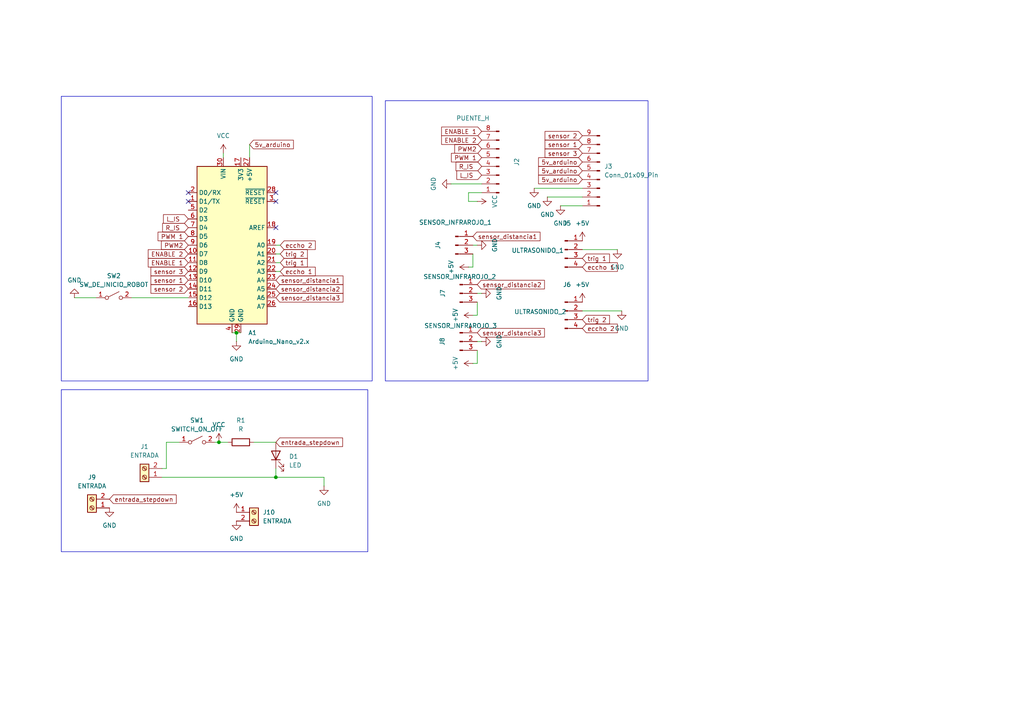
<source format=kicad_sch>
(kicad_sch (version 20250114) (generator "eeschema") (generator_version "9.0")
  (paper "A4")
  (lib_symbols
    (symbol "Connector:Conn_01x03_Pin" (pin_names (offset 1.016) (hide yes))
      (property "Reference" "J" (at 0 5.08 0))
      (property "Value" "Conn_01x03_Pin" (at 0 -5.08 0))
      (symbol "Conn_01x03_Pin_1_1"
        (rectangle (start 0.8636 2.667) (end 0 2.413) (stroke (width 0.1524)) (fill (type outline)))
        (rectangle (start 0.8636 0.127) (end 0 -0.127) (stroke (width 0.1524)) (fill (type outline)))
        (rectangle (start 0.8636 -2.413) (end 0 -2.667) (stroke (width 0.1524)) (fill (type outline)))
        (polyline (pts (xy 1.27 2.54) (xy 0.8636 2.54)) (stroke (width 0.1524)))
        (polyline (pts (xy 1.27 0) (xy 0.8636 0)) (stroke (width 0.1524)))
        (polyline (pts (xy 1.27 -2.54) (xy 0.8636 -2.54)) (stroke (width 0.1524)))
        (pin passive line (at 5.08 2.54 180) (length 3.81) (name "Pin_1") (number "1"))
        (pin passive line (at 5.08 0 180) (length 3.81) (name "Pin_2") (number "2"))
        (pin passive line (at 5.08 -2.54 180) (length 3.81) (name "Pin_3") (number "3"))
      )
    )
    (symbol "Connector:Conn_01x04_Pin" (pin_names (offset 1.016) (hide yes))
      (property "Reference" "J" (at 0 5.08 0))
      (property "Value" "Conn_01x04_Pin" (at 0 -7.62 0))
      (symbol "Conn_01x04_Pin_1_1"
        (rectangle (start 0.8636 2.667) (end 0 2.413) (stroke (width 0.1524)) (fill (type outline)))
        (rectangle (start 0.8636 0.127) (end 0 -0.127) (stroke (width 0.1524)) (fill (type outline)))
        (rectangle (start 0.8636 -2.413) (end 0 -2.667) (stroke (width 0.1524)) (fill (type outline)))
        (rectangle (start 0.8636 -4.953) (end 0 -5.207) (stroke (width 0.1524)) (fill (type outline)))
        (polyline (pts (xy 1.27 2.54) (xy 0.8636 2.54)) (stroke (width 0.1524)))
        (polyline (pts (xy 1.27 0) (xy 0.8636 0)) (stroke (width 0.1524)))
        (polyline (pts (xy 1.27 -2.54) (xy 0.8636 -2.54)) (stroke (width 0.1524)))
        (polyline (pts (xy 1.27 -5.08) (xy 0.8636 -5.08)) (stroke (width 0.1524)))
        (pin passive line (at 5.08 2.54 180) (length 3.81) (name "Pin_1") (number "1"))
        (pin passive line (at 5.08 0 180) (length 3.81) (name "Pin_2") (number "2"))
        (pin passive line (at 5.08 -2.54 180) (length 3.81) (name "Pin_3") (number "3"))
        (pin passive line (at 5.08 -5.08 180) (length 3.81) (name "Pin_4") (number "4"))
      )
    )
    (symbol "Connector:Conn_01x08_Pin" (pin_names (offset 1.016) (hide yes))
      (property "Reference" "J" (at 0 10.16 0))
      (property "Value" "Conn_01x08_Pin" (at 0 -12.7 0))
      (symbol "Conn_01x08_Pin_1_1"
        (rectangle (start 0.8636 7.747) (end 0 7.493) (stroke (width 0.1524)) (fill (type outline)))
        (rectangle (start 0.8636 5.207) (end 0 4.953) (stroke (width 0.1524)) (fill (type outline)))
        (rectangle (start 0.8636 2.667) (end 0 2.413) (stroke (width 0.1524)) (fill (type outline)))
        (rectangle (start 0.8636 0.127) (end 0 -0.127) (stroke (width 0.1524)) (fill (type outline)))
        (rectangle (start 0.8636 -2.413) (end 0 -2.667) (stroke (width 0.1524)) (fill (type outline)))
        (rectangle (start 0.8636 -4.953) (end 0 -5.207) (stroke (width 0.1524)) (fill (type outline)))
        (rectangle (start 0.8636 -7.493) (end 0 -7.747) (stroke (width 0.1524)) (fill (type outline)))
        (rectangle (start 0.8636 -10.033) (end 0 -10.287) (stroke (width 0.1524)) (fill (type outline)))
        (polyline (pts (xy 1.27 7.62) (xy 0.8636 7.62)) (stroke (width 0.1524)))
        (polyline (pts (xy 1.27 5.08) (xy 0.8636 5.08)) (stroke (width 0.1524)))
        (polyline (pts (xy 1.27 2.54) (xy 0.8636 2.54)) (stroke (width 0.1524)))
        (polyline (pts (xy 1.27 0) (xy 0.8636 0)) (stroke (width 0.1524)))
        (polyline (pts (xy 1.27 -2.54) (xy 0.8636 -2.54)) (stroke (width 0.1524)))
        (polyline (pts (xy 1.27 -5.08) (xy 0.8636 -5.08)) (stroke (width 0.1524)))
        (polyline (pts (xy 1.27 -7.62) (xy 0.8636 -7.62)) (stroke (width 0.1524)))
        (polyline (pts (xy 1.27 -10.16) (xy 0.8636 -10.16)) (stroke (width 0.1524)))
        (pin passive line (at 5.08 7.62 180) (length 3.81) (name "Pin_1") (number "1"))
        (pin passive line (at 5.08 5.08 180) (length 3.81) (name "Pin_2") (number "2"))
        (pin passive line (at 5.08 2.54 180) (length 3.81) (name "Pin_3") (number "3"))
        (pin passive line (at 5.08 0 180) (length 3.81) (name "Pin_4") (number "4"))
        (pin passive line (at 5.08 -2.54 180) (length 3.81) (name "Pin_5") (number "5"))
        (pin passive line (at 5.08 -5.08 180) (length 3.81) (name "Pin_6") (number "6"))
        (pin passive line (at 5.08 -7.62 180) (length 3.81) (name "Pin_7") (number "7"))
        (pin passive line (at 5.08 -10.16 180) (length 3.81) (name "Pin_8") (number "8"))
      )
    )
    (symbol "Connector:Conn_01x09_Pin" (pin_names (offset 1.016) (hide yes))
      (property "Reference" "J" (at 0 12.7 0))
      (property "Value" "Conn_01x09_Pin" (at 0 -12.7 0))
      (symbol "Conn_01x09_Pin_1_1"
        (rectangle (start 0.8636 10.287) (end 0 10.033) (stroke (width 0.1524)) (fill (type outline)))
        (rectangle (start 0.8636 7.747) (end 0 7.493) (stroke (width 0.1524)) (fill (type outline)))
        (rectangle (start 0.8636 5.207) (end 0 4.953) (stroke (width 0.1524)) (fill (type outline)))
        (rectangle (start 0.8636 2.667) (end 0 2.413) (stroke (width 0.1524)) (fill (type outline)))
        (rectangle (start 0.8636 0.127) (end 0 -0.127) (stroke (width 0.1524)) (fill (type outline)))
        (rectangle (start 0.8636 -2.413) (end 0 -2.667) (stroke (width 0.1524)) (fill (type outline)))
        (rectangle (start 0.8636 -4.953) (end 0 -5.207) (stroke (width 0.1524)) (fill (type outline)))
        (rectangle (start 0.8636 -7.493) (end 0 -7.747) (stroke (width 0.1524)) (fill (type outline)))
        (rectangle (start 0.8636 -10.033) (end 0 -10.287) (stroke (width 0.1524)) (fill (type outline)))
        (polyline (pts (xy 1.27 10.16) (xy 0.8636 10.16)) (stroke (width 0.1524)))
        (polyline (pts (xy 1.27 7.62) (xy 0.8636 7.62)) (stroke (width 0.1524)))
        (polyline (pts (xy 1.27 5.08) (xy 0.8636 5.08)) (stroke (width 0.1524)))
        (polyline (pts (xy 1.27 2.54) (xy 0.8636 2.54)) (stroke (width 0.1524)))
        (polyline (pts (xy 1.27 0) (xy 0.8636 0)) (stroke (width 0.1524)))
        (polyline (pts (xy 1.27 -2.54) (xy 0.8636 -2.54)) (stroke (width 0.1524)))
        (polyline (pts (xy 1.27 -5.08) (xy 0.8636 -5.08)) (stroke (width 0.1524)))
        (polyline (pts (xy 1.27 -7.62) (xy 0.8636 -7.62)) (stroke (width 0.1524)))
        (polyline (pts (xy 1.27 -10.16) (xy 0.8636 -10.16)) (stroke (width 0.1524)))
        (pin passive line (at 5.08 10.16 180) (length 3.81) (name "Pin_1") (number "1"))
        (pin passive line (at 5.08 7.62 180) (length 3.81) (name "Pin_2") (number "2"))
        (pin passive line (at 5.08 5.08 180) (length 3.81) (name "Pin_3") (number "3"))
        (pin passive line (at 5.08 2.54 180) (length 3.81) (name "Pin_4") (number "4"))
        (pin passive line (at 5.08 0 180) (length 3.81) (name "Pin_5") (number "5"))
        (pin passive line (at 5.08 -2.54 180) (length 3.81) (name "Pin_6") (number "6"))
        (pin passive line (at 5.08 -5.08 180) (length 3.81) (name "Pin_7") (number "7"))
        (pin passive line (at 5.08 -7.62 180) (length 3.81) (name "Pin_8") (number "8"))
        (pin passive line (at 5.08 -10.16 180) (length 3.81) (name "Pin_9") (number "9"))
      )
    )
    (symbol "Connector:Screw_Terminal_01x02" (pin_names (offset 1.016) (hide yes))
      (property "Reference" "J" (at 0 2.54 0))
      (property "Value" "Screw_Terminal_01x02" (at 0 -5.08 0))
      (symbol "Screw_Terminal_01x02_1_1"
        (rectangle (start -1.27 1.27) (end 1.27 -3.81) (stroke (width 0.254)) (fill (type background)))
        (polyline (pts (xy -0.5334 0.3302) (xy 0.3302 -0.508)) (stroke (width 0.1524)))
        (polyline (pts (xy -0.5334 -2.2098) (xy 0.3302 -3.048)) (stroke (width 0.1524)))
        (polyline (pts (xy -0.3556 0.508) (xy 0.508 -0.3302)) (stroke (width 0.1524)))
        (polyline (pts (xy -0.3556 -2.032) (xy 0.508 -2.8702)) (stroke (width 0.1524)))
        (circle (center 0 0) (radius 0.635) (stroke (width 0.1524)))
        (circle (center 0 -2.54) (radius 0.635) (stroke (width 0.1524)))
        (pin passive line (at -5.08 0 0) (length 3.81) (name "Pin_1") (number "1"))
        (pin passive line (at -5.08 -2.54 0) (length 3.81) (name "Pin_2") (number "2"))
      )
    )
    (symbol "Device:LED" (pin_numbers (hide yes)) (pin_names (offset 1.016) (hide yes))
      (property "Reference" "D" (at 0 2.54 0))
      (property "Value" "LED" (at 0 -2.54 0))
      (symbol "LED_0_1"
        (polyline (pts (xy -3.048 -0.762) (xy -4.572 -2.286) (xy -3.81 -2.286) (xy -4.572 -2.286) (xy -4.572 -1.524)))
        (polyline (pts (xy -1.778 -0.762) (xy -3.302 -2.286) (xy -2.54 -2.286) (xy -3.302 -2.286) (xy -3.302 -1.524)))
        (polyline (pts (xy -1.27 0) (xy 1.27 0)))
        (polyline (pts (xy -1.27 -1.27) (xy -1.27 1.27)) (stroke (width 0.254)))
        (polyline (pts (xy 1.27 -1.27) (xy 1.27 1.27) (xy -1.27 0) (xy 1.27 -1.27)) (stroke (width 0.254)))
      )
      (symbol "LED_1_1"
        (pin passive line (at -3.81 0 0) (length 2.54) (name "K") (number "1"))
        (pin passive line (at 3.81 0 180) (length 2.54) (name "A") (number "2"))
      )
    )
    (symbol "Device:R" (pin_numbers (hide yes)) (pin_names (offset 0))
      (property "Reference" "R" (at 2.032 0 90))
      (property "Value" "R" (at 0 0 90))
      (symbol "R_0_1"
        (rectangle (start -1.016 -2.54) (end 1.016 2.54) (stroke (width 0.254)))
      )
      (symbol "R_1_1"
        (pin passive line (at 0 3.81 270) (length 1.27) (name "~") (number "1"))
        (pin passive line (at 0 -3.81 90) (length 1.27) (name "~") (number "2"))
      )
    )
    (symbol "MCU_Module:Arduino_Nano_v2.x"
      (property "Reference" "A" (at -10.16 23.495 0))
      (property "Value" "Arduino_Nano_v2.x" (at 5.08 -24.13 0))
      (symbol "Arduino_Nano_v2.x_0_1"
        (rectangle (start -10.16 22.86) (end 10.16 -22.86) (stroke (width 0.254)) (fill (type background)))
      )
      (symbol "Arduino_Nano_v2.x_1_1"
        (pin bidirectional line (at -12.7 15.24 0) (length 2.54) (name "D0/RX") (number "2"))
        (pin bidirectional line (at -12.7 12.7 0) (length 2.54) (name "D1/TX") (number "1"))
        (pin bidirectional line (at -12.7 10.16 0) (length 2.54) (name "D2") (number "5"))
        (pin bidirectional line (at -12.7 7.62 0) (length 2.54) (name "D3") (number "6"))
        (pin bidirectional line (at -12.7 5.08 0) (length 2.54) (name "D4") (number "7"))
        (pin bidirectional line (at -12.7 2.54 0) (length 2.54) (name "D5") (number "8"))
        (pin bidirectional line (at -12.7 0 0) (length 2.54) (name "D6") (number "9"))
        (pin bidirectional line (at -12.7 -2.54 0) (length 2.54) (name "D7") (number "10"))
        (pin bidirectional line (at -12.7 -5.08 0) (length 2.54) (name "D8") (number "11"))
        (pin bidirectional line (at -12.7 -7.62 0) (length 2.54) (name "D9") (number "12"))
        (pin bidirectional line (at -12.7 -10.16 0) (length 2.54) (name "D10") (number "13"))
        (pin bidirectional line (at -12.7 -12.7 0) (length 2.54) (name "D11") (number "14"))
        (pin bidirectional line (at -12.7 -15.24 0) (length 2.54) (name "D12") (number "15"))
        (pin bidirectional line (at -12.7 -17.78 0) (length 2.54) (name "D13") (number "16"))
        (pin power_in line (at -2.54 25.4 270) (length 2.54) (name "VIN") (number "30"))
        (pin power_in line (at 0 -25.4 90) (length 2.54) (name "GND") (number "4"))
        (pin power_out line (at 2.54 25.4 270) (length 2.54) (name "3V3") (number "17"))
        (pin power_in line (at 2.54 -25.4 90) (length 2.54) (name "GND") (number "29"))
        (pin power_out line (at 5.08 25.4 270) (length 2.54) (name "+5V") (number "27"))
        (pin input line (at 12.7 15.24 180) (length 2.54) (name "~{RESET}") (number "28"))
        (pin input line (at 12.7 12.7 180) (length 2.54) (name "~{RESET}") (number "3"))
        (pin input line (at 12.7 5.08 180) (length 2.54) (name "AREF") (number "18"))
        (pin bidirectional line (at 12.7 0 180) (length 2.54) (name "A0") (number "19"))
        (pin bidirectional line (at 12.7 -2.54 180) (length 2.54) (name "A1") (number "20"))
        (pin bidirectional line (at 12.7 -5.08 180) (length 2.54) (name "A2") (number "21"))
        (pin bidirectional line (at 12.7 -7.62 180) (length 2.54) (name "A3") (number "22"))
        (pin bidirectional line (at 12.7 -10.16 180) (length 2.54) (name "A4") (number "23"))
        (pin bidirectional line (at 12.7 -12.7 180) (length 2.54) (name "A5") (number "24"))
        (pin bidirectional line (at 12.7 -15.24 180) (length 2.54) (name "A6") (number "25"))
        (pin bidirectional line (at 12.7 -17.78 180) (length 2.54) (name "A7") (number "26"))
      )
    )
    (symbol "Switch:SW_SPST" (pin_names (offset 0) (hide yes))
      (property "Reference" "SW" (at 0 3.175 0))
      (property "Value" "SW_SPST" (at 0 -2.54 0))
      (symbol "SW_SPST_0_0"
        (circle (center -2.032 0) (radius 0.508))
        (polyline (pts (xy -1.524 0.254) (xy 1.524 1.778)))
        (circle (center 2.032 0) (radius 0.508))
      )
      (symbol "SW_SPST_1_1"
        (pin passive line (at -5.08 0 0) (length 2.54) (name "A") (number "1"))
        (pin passive line (at 5.08 0 180) (length 2.54) (name "B") (number "2"))
      )
    )
    (symbol "power:+5V" (power) (pin_numbers (hide yes)) (pin_names (offset 0) (hide yes))
      (property "Value" "+5V" (at 0 3.556 0))
      (symbol "+5V_0_1"
        (polyline (pts (xy -0.762 1.27) (xy 0 2.54)))
        (polyline (pts (xy 0 2.54) (xy 0.762 1.27)))
        (polyline (pts (xy 0 0) (xy 0 2.54)))
      )
      (symbol "+5V_1_1"
        (pin power_in line (at 0 0 90) (length 0) (name "~") (number "1"))
      )
    )
    (symbol "power:GND" (power) (pin_numbers (hide yes)) (pin_names (offset 0) (hide yes))
      (property "Value" "GND" (at 0 -3.81 0))
      (symbol "GND_0_1"
        (polyline (pts (xy 0 0) (xy 0 -1.27) (xy 1.27 -1.27) (xy 0 -2.54) (xy -1.27 -1.27) (xy 0 -1.27)))
      )
      (symbol "GND_1_1"
        (pin power_in line (at 0 0 270) (length 0) (name "~") (number "1"))
      )
    )
    (symbol "power:VCC" (power) (pin_numbers (hide yes)) (pin_names (offset 0) (hide yes))
      (property "Value" "VCC" (at 0 3.556 0))
      (symbol "VCC_0_1"
        (polyline (pts (xy -0.762 1.27) (xy 0 2.54)))
        (polyline (pts (xy 0 2.54) (xy 0.762 1.27)))
        (polyline (pts (xy 0 0) (xy 0 2.54)))
      )
      (symbol "VCC_1_1"
        (pin power_in line (at 0 0 90) (length 0) (name "~") (number "1"))
      )
    )
  )
  (rectangle (start 17.78 27.94) (end 107.95 110.49))
  (rectangle (start 111.76 29.21) (end 187.96 110.49))
  (rectangle (start 17.78 113.03) (end 106.68 160.02))
  (junction (at 80.01 138.43))
  (junction (at 68.58 96.52))
  (junction (at 63.5 128.27))
  (no_connect (at 80.01 66.04))
  (no_connect (at 54.61 55.88))
  (no_connect (at 80.01 58.42))
  (no_connect (at 54.61 58.42))
  (no_connect (at 80.01 55.88))
  (wire (pts (xy 69.85 96.52) (xy 68.58 96.52)))
  (wire (pts (xy 138.43 105.41) (xy 138.43 101.6)))
  (wire (pts (xy 138.43 91.44) (xy 138.43 87.63)))
  (wire (pts (xy 139.7 85.09) (xy 138.43 85.09)))
  (wire (pts (xy 62.23 128.27) (xy 63.5 128.27)))
  (wire (pts (xy 135.89 55.88) (xy 135.89 58.42)))
  (wire (pts (xy 64.77 44.45) (xy 64.77 45.72)))
  (wire (pts (xy 154.94 54.61) (xy 168.91 54.61)))
  (wire (pts (xy 73.66 128.27) (xy 80.01 128.27)))
  (wire (pts (xy 137.16 105.41) (xy 138.43 105.41)))
  (wire (pts (xy 48.26 135.89) (xy 46.99 135.89)))
  (wire (pts (xy 158.75 57.15) (xy 168.91 57.15)))
  (wire (pts (xy 135.89 58.42) (xy 138.43 58.42)))
  (wire (pts (xy 46.99 138.43) (xy 80.01 138.43)))
  (wire (pts (xy 38.1 86.36) (xy 54.61 86.36)))
  (wire (pts (xy 48.26 128.27) (xy 48.26 135.89)))
  (wire (pts (xy 63.5 128.27) (xy 66.04 128.27)))
  (wire (pts (xy 137.16 91.44) (xy 138.43 91.44)))
  (wire (pts (xy 139.7 99.06) (xy 138.43 99.06)))
  (wire (pts (xy 72.39 41.91) (xy 72.39 45.72)))
  (wire (pts (xy 137.16 77.47) (xy 137.16 73.66)))
  (wire (pts (xy 52.07 128.27) (xy 48.26 128.27)))
  (wire (pts (xy 27.94 86.36) (xy 21.59 86.36)))
  (wire (pts (xy 80.01 78.74) (xy 81.28 78.74)))
  (wire (pts (xy 68.58 96.52) (xy 67.31 96.52)))
  (wire (pts (xy 68.58 99.06) (xy 68.58 96.52)))
  (wire (pts (xy 80.01 76.2) (xy 81.28 76.2)))
  (wire (pts (xy 80.01 73.66) (xy 81.28 73.66)))
  (wire (pts (xy 130.81 53.34) (xy 139.7 53.34)))
  (wire (pts (xy 80.01 138.43) (xy 93.98 138.43)))
  (wire (pts (xy 135.89 77.47) (xy 137.16 77.47)))
  (wire (pts (xy 180.34 90.17) (xy 168.91 90.17)))
  (wire (pts (xy 135.89 55.88) (xy 139.7 55.88)))
  (wire (pts (xy 179.07 72.39) (xy 168.91 72.39)))
  (wire (pts (xy 93.98 140.97) (xy 93.98 138.43)))
  (wire (pts (xy 80.01 135.89) (xy 80.01 138.43)))
  (wire (pts (xy 138.43 71.12) (xy 137.16 71.12)))
  (wire (pts (xy 162.56 59.69) (xy 168.91 59.69)))
  (wire (pts (xy 80.01 71.12) (xy 81.28 71.12)))
  (global_label "sensor 2" (shape input) (at 54.61 83.82 180) (property "Intersheetrefs" "${INTERSHEET_REFS}" (effects (hide yes))))
  (global_label "sensor_distancia3" (shape input) (at 80.01 86.36 0) (property "Intersheetrefs" "${INTERSHEET_REFS}" (effects (hide yes))))
  (global_label "sensor 3" (shape input) (at 54.61 78.74 180) (property "Intersheetrefs" "${INTERSHEET_REFS}" (effects (hide yes))))
  (global_label "L_IS " (shape input) (at 54.61 63.5 180) (property "Intersheetrefs" "${INTERSHEET_REFS}" (effects (hide yes))))
  (global_label "entrada_stepdown" (shape input) (at 80.01 128.27 0) (property "Intersheetrefs" "${INTERSHEET_REFS}" (effects (hide yes))))
  (global_label "eccho 1" (shape input) (at 168.91 77.47 0) (property "Intersheetrefs" "${INTERSHEET_REFS}" (effects (hide yes))))
  (global_label "R_IS " (shape input) (at 139.7 48.26 180) (property "Intersheetrefs" "${INTERSHEET_REFS}" (effects (hide yes))))
  (global_label "ENABLE 2" (shape input) (at 54.61 73.66 180) (property "Intersheetrefs" "${INTERSHEET_REFS}" (effects (hide yes))))
  (global_label "sensor_distancia1" (shape input) (at 80.01 81.28 0) (property "Intersheetrefs" "${INTERSHEET_REFS}" (effects (hide yes))))
  (global_label "trig 1" (shape input) (at 168.91 74.93 0) (property "Intersheetrefs" "${INTERSHEET_REFS}" (effects (hide yes))))
  (global_label "sensor_distancia1" (shape input) (at 137.16 68.58 0) (property "Intersheetrefs" "${INTERSHEET_REFS}" (effects (hide yes))))
  (global_label "PWM 1" (shape input) (at 139.7 45.72 180) (property "Intersheetrefs" "${INTERSHEET_REFS}" (effects (hide yes))))
  (global_label "PWM 1" (shape input) (at 54.61 68.58 180) (property "Intersheetrefs" "${INTERSHEET_REFS}" (effects (hide yes))))
  (global_label "sensor_distancia2" (shape input) (at 80.01 83.82 0) (property "Intersheetrefs" "${INTERSHEET_REFS}" (effects (hide yes))))
  (global_label "entrada_stepdown" (shape input) (at 31.75 144.78 0) (property "Intersheetrefs" "${INTERSHEET_REFS}" (effects (hide yes))))
  (global_label "R_IS " (shape input) (at 54.61 66.04 180) (property "Intersheetrefs" "${INTERSHEET_REFS}" (effects (hide yes))))
  (global_label "trig 1" (shape input) (at 81.28 76.2 0) (property "Intersheetrefs" "${INTERSHEET_REFS}" (effects (hide yes))))
  (global_label "eccho 1" (shape input) (at 81.28 78.74 0) (property "Intersheetrefs" "${INTERSHEET_REFS}" (effects (hide yes))))
  (global_label "ENABLE 1" (shape input) (at 54.61 76.2 180) (property "Intersheetrefs" "${INTERSHEET_REFS}" (effects (hide yes))))
  (global_label "PWM2" (shape input) (at 54.61 71.12 180) (property "Intersheetrefs" "${INTERSHEET_REFS}" (effects (hide yes))))
  (global_label "L_IS " (shape input) (at 139.7 50.8 180) (property "Intersheetrefs" "${INTERSHEET_REFS}" (effects (hide yes))))
  (global_label "5v_arduino" (shape input) (at 72.39 41.91 0) (property "Intersheetrefs" "${INTERSHEET_REFS}" (effects (hide yes))))
  (global_label "sensor 3" (shape input) (at 168.91 44.45 180) (property "Intersheetrefs" "${INTERSHEET_REFS}" (effects (hide yes))))
  (global_label "eccho 2" (shape input) (at 81.28 71.12 0) (property "Intersheetrefs" "${INTERSHEET_REFS}" (effects (hide yes))))
  (global_label "sensor_distancia3" (shape input) (at 138.43 96.52 0) (property "Intersheetrefs" "${INTERSHEET_REFS}" (effects (hide yes))))
  (global_label "ENABLE 1" (shape input) (at 139.7 38.1 180) (property "Intersheetrefs" "${INTERSHEET_REFS}" (effects (hide yes))))
  (global_label "trig 2" (shape input) (at 81.28 73.66 0) (property "Intersheetrefs" "${INTERSHEET_REFS}" (effects (hide yes))))
  (global_label "sensor 1" (shape input) (at 168.91 41.91 180) (property "Intersheetrefs" "${INTERSHEET_REFS}" (effects (hide yes))))
  (global_label "PWM2" (shape input) (at 139.7 43.18 180) (property "Intersheetrefs" "${INTERSHEET_REFS}" (effects (hide yes))))
  (global_label "5v_arduino" (shape input) (at 168.91 46.99 180) (property "Intersheetrefs" "${INTERSHEET_REFS}" (effects (hide yes))))
  (global_label "5v_arduino" (shape input) (at 168.91 52.07 180) (property "Intersheetrefs" "${INTERSHEET_REFS}" (effects (hide yes))))
  (global_label "trig 2" (shape input) (at 168.91 92.71 0) (property "Intersheetrefs" "${INTERSHEET_REFS}" (effects (hide yes))))
  (global_label "sensor 1" (shape input) (at 54.61 81.28 180) (property "Intersheetrefs" "${INTERSHEET_REFS}" (effects (hide yes))))
  (global_label "sensor 2" (shape input) (at 168.91 39.37 180) (property "Intersheetrefs" "${INTERSHEET_REFS}" (effects (hide yes))))
  (global_label "5v_arduino" (shape input) (at 168.91 49.53 180) (property "Intersheetrefs" "${INTERSHEET_REFS}" (effects (hide yes))))
  (global_label "ENABLE 2" (shape input) (at 139.7 40.64 180) (property "Intersheetrefs" "${INTERSHEET_REFS}" (effects (hide yes))))
  (global_label "eccho 2" (shape input) (at 168.91 95.25 0) (property "Intersheetrefs" "${INTERSHEET_REFS}" (effects (hide yes))))
  (global_label "sensor_distancia2" (shape input) (at 138.43 82.55 0) (property "Intersheetrefs" "${INTERSHEET_REFS}" (effects (hide yes))))
  (symbol (lib_id "Connector:Conn_01x08_Pin") (at 144.78 48.26 180) (unit 1)
    (property "Reference" "J2" (at 149.86 46.99 90))
    (property "Value" "PUENTE_H" (at 137.16 34.29 0))
    (property "Footprint" "Connector_PinSocket_2.54mm:PinSocket_1x08_P2.54mm_Vertical" (effects (hide yes)))
    (property "Description" "Generic connector, single row, 01x08, script generated" (effects (hide yes)))
  )
  (symbol (lib_id "MCU_Module:Arduino_Nano_v2.x") (at 67.31 71.12 0) (unit 1)
    (property "Reference" "A1" (at 71.9933 96.52 0) (effects (justify left)))
    (property "Value" "Arduino_Nano_v2.x" (at 71.9933 99.06 0) (effects (justify left)))
    (property "Footprint" "Module:Arduino_Nano" (effects (hide yes)))
    (property "Datasheet" "https://www.arduino.cc/en/uploads/Main/ArduinoNanoManual23.pdf" (effects (hide yes)))
    (property "Description" "Arduino Nano v2.x" (effects (hide yes)))
  )
  (symbol (lib_id "power:+5V") (at 168.91 69.85 0) (unit 1)
    (property "Reference" "#PWR016" (effects (hide yes)))
    (property "Value" "+5V" (at 168.91 64.77 0))
    (property "Description" "Power symbol creates a global label with name \"+5V\"" (effects (hide yes)))
  )
  (symbol (lib_id "Connector:Screw_Terminal_01x02") (at 73.66 148.59 0) (unit 1)
    (property "Reference" "J10" (at 76.2 148.5899 0) (effects (justify left)))
    (property "Value" "ENTRADA" (at 76.2 151.1299 0) (effects (justify left)))
    (property "Footprint" "TerminalBlock:TerminalBlock_Altech_AK300-2_P5.00mm" (effects (hide yes)))
    (property "Description" "Generic screw terminal, single row, 01x02, script generated (kicad-library-utils/schlib/autogen/connector/)" (effects (hide yes)))
  )
  (symbol (lib_id "Connector:Conn_01x09_Pin") (at 173.99 49.53 180) (unit 1)
    (property "Reference" "J3" (at 175.26 48.2599 0) (effects (justify right)))
    (property "Value" "Conn_01x09_Pin" (at 175.26 50.7999 0) (effects (justify right)))
    (property "Footprint" "Connector_PinSocket_2.54mm:PinSocket_1x09_P2.54mm_Vertical" (effects (hide yes)))
    (property "Description" "Generic connector, single row, 01x09, script generated" (effects (hide yes)))
  )
  (symbol (lib_id "power:+5V") (at 137.16 105.41 90) (unit 1)
    (property "Reference" "#PWR019" (effects (hide yes)))
    (property "Value" "+5V" (at 132.08 105.41 0))
    (property "Description" "Power symbol creates a global label with name \"+5V\"" (effects (hide yes)))
  )
  (symbol (lib_id "power:GND") (at 139.7 85.09 90) (unit 1)
    (property "Reference" "#PWR018" (effects (hide yes)))
    (property "Value" "GND" (at 144.78 85.09 0))
    (property "Description" "Power symbol creates a global label with name \"GND\" , ground" (effects (hide yes)))
  )
  (symbol (lib_id "Switch:SW_SPST") (at 33.02 86.36 0) (unit 1)
    (property "Reference" "SW2" (at 33.02 80.01 0))
    (property "Value" "SW_DE_INICIO_ROBOT" (at 33.02 82.55 0))
    (property "Footprint" "Button_Switch_THT:SW_Tactile_Straight_KSA0Axx1LFTR" (effects (hide yes)))
    (property "Description" "Single Pole Single Throw (SPST) switch" (effects (hide yes)))
  )
  (symbol (lib_id "Connector:Conn_01x03_Pin") (at 133.35 85.09 0) (unit 1)
    (property "Reference" "J7" (at 128.4082 85.09 90))
    (property "Value" "SENSOR_INFRAROJO_2" (at 133.35 80.264 0))
    (property "Footprint" "Connector_PinSocket_2.54mm:PinSocket_1x03_P2.54mm_Vertical" (effects (hide yes)))
    (property "Description" "Generic connector, single row, 01x03, script generated" (effects (hide yes)))
  )
  (symbol (lib_id "Switch:SW_SPST") (at 57.15 128.27 0) (unit 1)
    (property "Reference" "SW1" (at 57.15 121.92 0))
    (property "Value" "SWITCH_ON_OFF" (at 57.15 124.46 0))
    (property "Footprint" "llave depalanca:SW_100SP1T1B1M1QEH" (effects (hide yes)))
    (property "Description" "Single Pole Single Throw (SPST) switch" (effects (hide yes)))
  )
  (symbol (lib_id "power:GND") (at 154.94 54.61 0) (unit 1)
    (property "Reference" "#PWR08" (effects (hide yes)))
    (property "Value" "GND" (at 154.94 59.69 0))
    (property "Description" "Power symbol creates a global label with name \"GND\" , ground" (effects (hide yes)))
  )
  (symbol (lib_id "Device:LED") (at 80.01 132.08 90) (unit 1)
    (property "Reference" "D1" (at 83.82 132.3974 90) (effects (justify right)))
    (property "Value" "LED" (at 83.82 134.9374 90) (effects (justify right)))
    (property "Footprint" "Inductor_SMD:L_0805_2012Metric_Pad1.15x1.40mm_HandSolder" (effects (hide yes)))
    (property "Description" "Light emitting diode" (effects (hide yes)))
    (property "Sim.Pins" "1=K 2=A" (effects (hide yes)))
  )
  (symbol (lib_id "Connector:Conn_01x04_Pin") (at 163.83 72.39 0) (unit 1)
    (property "Reference" "J5" (at 164.465 64.77 0))
    (property "Value" "ULTRASONIDO_1" (at 155.956 72.644 0))
    (property "Footprint" "Connector_PinHeader_2.54mm:PinHeader_1x04_P2.54mm_Vertical" (effects (hide yes)))
    (property "Description" "Generic connector, single row, 01x04, script generated" (effects (hide yes)))
  )
  (symbol (lib_id "power:GND") (at 31.75 147.32 0) (unit 1)
    (property "Reference" "#PWR022" (effects (hide yes)))
    (property "Value" "GND" (at 31.75 152.4 0))
    (property "Description" "Power symbol creates a global label with name \"GND\" , ground" (effects (hide yes)))
  )
  (symbol (lib_id "Connector:Screw_Terminal_01x02") (at 26.67 147.32 180) (unit 1)
    (property "Reference" "J9" (at 26.67 138.43 0))
    (property "Value" "ENTRADA" (at 26.67 140.97 0))
    (property "Footprint" "TerminalBlock:TerminalBlock_Altech_AK300-2_P5.00mm" (effects (hide yes)))
    (property "Description" "Generic screw terminal, single row, 01x02, script generated (kicad-library-utils/schlib/autogen/connector/)" (effects (hide yes)))
  )
  (symbol (lib_id "power:GND") (at 158.75 57.15 0) (unit 1)
    (property "Reference" "#PWR013" (effects (hide yes)))
    (property "Value" "GND" (at 158.75 62.23 0))
    (property "Description" "Power symbol creates a global label with name \"GND\" , ground" (effects (hide yes)))
  )
  (symbol (lib_id "power:VCC") (at 63.5 128.27 0) (unit 1)
    (property "Reference" "#PWR010" (effects (hide yes)))
    (property "Value" "VCC" (at 63.5 123.19 0))
    (property "Description" "Power symbol creates a global label with name \"VCC\"" (effects (hide yes)))
  )
  (symbol (lib_id "power:+5V") (at 68.58 148.59 0) (unit 1)
    (property "Reference" "#PWR024" (effects (hide yes)))
    (property "Value" "+5V" (at 68.58 143.51 0))
    (property "Description" "Power symbol creates a global label with name \"+5V\"" (effects (hide yes)))
  )
  (symbol (lib_id "power:GND") (at 68.58 99.06 0) (unit 1)
    (property "Reference" "#PWR05" (effects (hide yes)))
    (property "Value" "GND" (at 68.58 104.14 0))
    (property "Description" "Power symbol creates a global label with name \"GND\" , ground" (effects (hide yes)))
  )
  (symbol (lib_id "power:+5V") (at 137.16 91.44 90) (unit 1)
    (property "Reference" "#PWR017" (effects (hide yes)))
    (property "Value" "+5V" (at 132.08 91.44 0))
    (property "Description" "Power symbol creates a global label with name \"+5V\"" (effects (hide yes)))
  )
  (symbol (lib_id "power:GND") (at 130.81 53.34 270) (unit 1)
    (property "Reference" "#PWR01" (effects (hide yes)))
    (property "Value" "GND" (at 125.73 53.34 0))
    (property "Description" "Power symbol creates a global label with name \"GND\" , ground" (effects (hide yes)))
  )
  (symbol (lib_id "power:GND") (at 139.7 99.06 90) (unit 1)
    (property "Reference" "#PWR020" (effects (hide yes)))
    (property "Value" "GND" (at 144.78 99.06 0))
    (property "Description" "Power symbol creates a global label with name \"GND\" , ground" (effects (hide yes)))
  )
  (symbol (lib_id "Connector:Conn_01x03_Pin") (at 133.35 99.06 0) (unit 1)
    (property "Reference" "J8" (at 128.2701 99.06 90))
    (property "Value" "SENSOR_INFRAROJO_3" (at 133.604 94.488 0))
    (property "Footprint" "Connector_PinSocket_2.54mm:PinSocket_1x03_P2.54mm_Vertical" (effects (hide yes)))
    (property "Description" "Generic connector, single row, 01x03, script generated" (effects (hide yes)))
  )
  (symbol (lib_id "Connector:Conn_01x03_Pin") (at 132.08 71.12 0) (unit 1)
    (property "Reference" "J4" (at 127 71.12 90))
    (property "Value" "SENSOR_INFRAROJO_1" (at 132.08 64.516 0))
    (property "Footprint" "Connector_PinSocket_2.54mm:PinSocket_1x03_P2.54mm_Vertical" (effects (hide yes)))
    (property "Description" "Generic connector, single row, 01x03, script generated" (effects (hide yes)))
  )
  (symbol (lib_id "power:GND") (at 68.58 151.13 0) (unit 1)
    (property "Reference" "#PWR023" (effects (hide yes)))
    (property "Value" "GND" (at 68.58 156.21 0))
    (property "Description" "Power symbol creates a global label with name \"GND\" , ground" (effects (hide yes)))
  )
  (symbol (lib_id "Device:R") (at 69.85 128.27 90) (unit 1)
    (property "Reference" "R1" (at 69.85 121.92 90))
    (property "Value" "R" (at 69.85 124.46 90))
    (property "Footprint" "Resistor_SMD:R_0805_2012Metric" (effects (hide yes)))
    (property "Description" "Resistor" (effects (hide yes)))
  )
  (symbol (lib_id "power:GND") (at 180.34 90.17 0) (unit 1)
    (property "Reference" "#PWR021" (effects (hide yes)))
    (property "Value" "GND" (at 180.34 95.25 0))
    (property "Description" "Power symbol creates a global label with name \"GND\" , ground" (effects (hide yes)))
  )
  (symbol (lib_id "power:GND") (at 162.56 59.69 0) (unit 1)
    (property "Reference" "#PWR014" (effects (hide yes)))
    (property "Value" "GND" (at 162.56 64.77 0))
    (property "Description" "Power symbol creates a global label with name \"GND\" , ground" (effects (hide yes)))
  )
  (symbol (lib_id "power:VCC") (at 138.43 58.42 270) (unit 1)
    (property "Reference" "#PWR02" (effects (hide yes)))
    (property "Value" "VCC" (at 143.51 58.42 0))
    (property "Description" "Power symbol creates a global label with name \"VCC\"" (effects (hide yes)))
  )
  (symbol (lib_id "Connector:Conn_01x04_Pin") (at 163.83 90.17 0) (unit 1)
    (property "Reference" "J6" (at 164.465 82.55 0))
    (property "Value" "ULTRASONIDO_2" (at 156.718 90.424 0))
    (property "Footprint" "Connector_PinHeader_2.54mm:PinHeader_1x04_P2.54mm_Vertical" (effects (hide yes)))
    (property "Description" "Generic connector, single row, 01x04, script generated" (effects (hide yes)))
  )
  (symbol (lib_id "power:+5V") (at 168.91 87.63 0) (unit 1)
    (property "Reference" "#PWR015" (effects (hide yes)))
    (property "Value" "+5V" (at 168.91 82.55 0))
    (property "Description" "Power symbol creates a global label with name \"+5V\"" (effects (hide yes)))
  )
  (symbol (lib_id "power:GND") (at 179.07 72.39 0) (unit 1)
    (property "Reference" "#PWR07" (effects (hide yes)))
    (property "Value" "GND" (at 179.07 77.47 0))
    (property "Description" "Power symbol creates a global label with name \"GND\" , ground" (effects (hide yes)))
  )
  (symbol (lib_id "power:VCC") (at 64.77 44.45 0) (unit 1)
    (property "Reference" "#PWR011" (effects (hide yes)))
    (property "Value" "VCC" (at 64.77 39.37 0))
    (property "Description" "Power symbol creates a global label with name \"VCC\"" (effects (hide yes)))
  )
  (symbol (lib_id "power:GND") (at 21.59 86.36 180) (unit 1)
    (property "Reference" "#PWR09" (effects (hide yes)))
    (property "Value" "GND" (at 21.59 81.28 0))
    (property "Description" "Power symbol creates a global label with name \"GND\" , ground" (effects (hide yes)))
  )
  (symbol (lib_id "power:GND") (at 138.43 71.12 90) (unit 1)
    (property "Reference" "#PWR012" (effects (hide yes)))
    (property "Value" "GND" (at 143.51 71.12 0))
    (property "Description" "Power symbol creates a global label with name \"GND\" , ground" (effects (hide yes)))
  )
  (symbol (lib_id "power:GND") (at 93.98 140.97 0) (unit 1)
    (property "Reference" "#PWR06" (effects (hide yes)))
    (property "Value" "GND" (at 93.98 146.05 0))
    (property "Description" "Power symbol creates a global label with name \"GND\" , ground" (effects (hide yes)))
  )
  (symbol (lib_id "Connector:Screw_Terminal_01x02") (at 41.91 138.43 180) (unit 1)
    (property "Reference" "J1" (at 41.91 129.54 0))
    (property "Value" "ENTRADA" (at 41.91 132.08 0))
    (property "Footprint" "TerminalBlock:TerminalBlock_Altech_AK300-2_P5.00mm" (effects (hide yes)))
    (property "Description" "Generic screw terminal, single row, 01x02, script generated (kicad-library-utils/schlib/autogen/connector/)" (effects (hide yes)))
  )
  (symbol (lib_id "power:+5V") (at 135.89 77.47 90) (unit 1)
    (property "Reference" "#PWR03" (effects (hide yes)))
    (property "Value" "+5V" (at 130.81 77.47 0))
    (property "Description" "Power symbol creates a global label with name \"+5V\"" (effects (hide yes)))
  )
)
</source>
